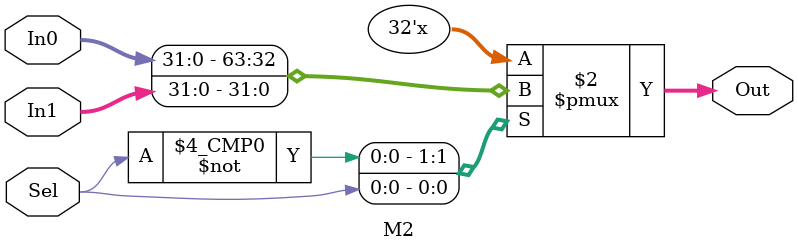
<source format=v>
module M2(Sel,In0,In1,Out);
    parameter D_Width = 32;
    input Sel;
    input [D_Width-1:0] In0, In1;
    output reg [D_Width-1:0]Out;
    
    always@(*)begin
        case(Sel)
            1'b0: Out = In0;
            1'b1: Out = In1;
        endcase
    end
endmodule
</source>
